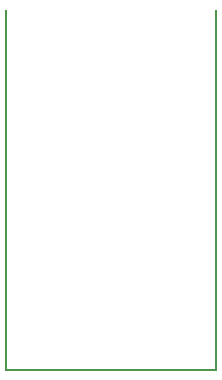
<source format=gbr>
%TF.GenerationSoftware,KiCad,Pcbnew,9.0.1*%
%TF.CreationDate,2025-07-07T00:05:24+02:00*%
%TF.ProjectId,LQS-keyboard,4c51532d-6b65-4796-926f-6172642e6b69,rev?*%
%TF.SameCoordinates,Original*%
%TF.FileFunction,Legend,Bot*%
%TF.FilePolarity,Positive*%
%FSLAX46Y46*%
G04 Gerber Fmt 4.6, Leading zero omitted, Abs format (unit mm)*
G04 Created by KiCad (PCBNEW 9.0.1) date 2025-07-07 00:05:24*
%MOMM*%
%LPD*%
G01*
G04 APERTURE LIST*
%ADD10C,0.150000*%
G04 APERTURE END LIST*
D10*
%TO.C,U2*%
X171480000Y-37190000D02*
X171480000Y-67670000D01*
X171480000Y-67670000D02*
X189260000Y-67670000D01*
X189260000Y-37190000D02*
X189260000Y-67670000D01*
%TD*%
M02*

</source>
